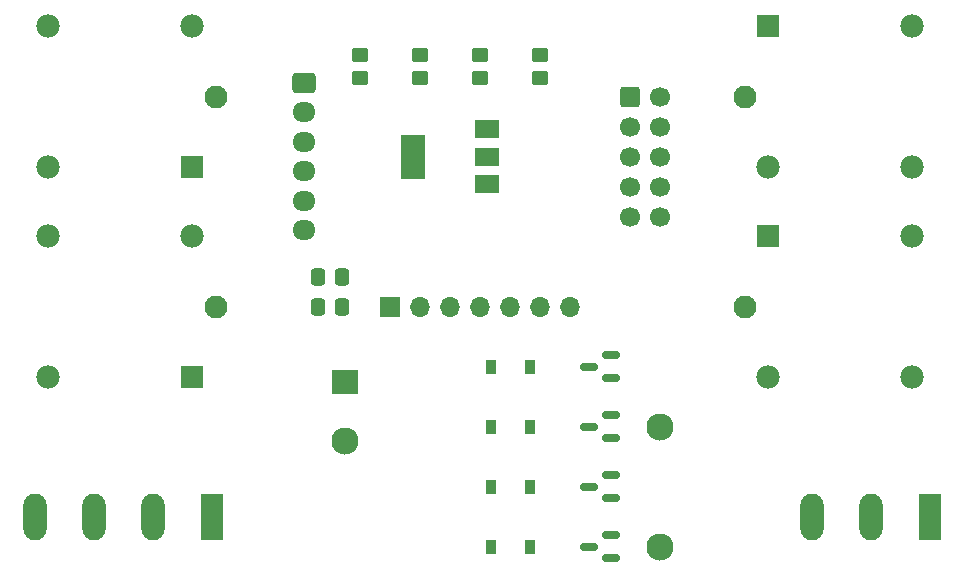
<source format=gbr>
%TF.GenerationSoftware,KiCad,Pcbnew,(6.0.4)*%
%TF.CreationDate,2022-04-18T16:03:53+05:30*%
%TF.ProjectId,esp32 switch,65737033-3220-4737-9769-7463682e6b69,rev?*%
%TF.SameCoordinates,Original*%
%TF.FileFunction,Soldermask,Bot*%
%TF.FilePolarity,Negative*%
%FSLAX46Y46*%
G04 Gerber Fmt 4.6, Leading zero omitted, Abs format (unit mm)*
G04 Created by KiCad (PCBNEW (6.0.4)) date 2022-04-18 16:03:53*
%MOMM*%
%LPD*%
G01*
G04 APERTURE LIST*
G04 Aperture macros list*
%AMRoundRect*
0 Rectangle with rounded corners*
0 $1 Rounding radius*
0 $2 $3 $4 $5 $6 $7 $8 $9 X,Y pos of 4 corners*
0 Add a 4 corners polygon primitive as box body*
4,1,4,$2,$3,$4,$5,$6,$7,$8,$9,$2,$3,0*
0 Add four circle primitives for the rounded corners*
1,1,$1+$1,$2,$3*
1,1,$1+$1,$4,$5*
1,1,$1+$1,$6,$7*
1,1,$1+$1,$8,$9*
0 Add four rect primitives between the rounded corners*
20,1,$1+$1,$2,$3,$4,$5,0*
20,1,$1+$1,$4,$5,$6,$7,0*
20,1,$1+$1,$6,$7,$8,$9,0*
20,1,$1+$1,$8,$9,$2,$3,0*%
G04 Aperture macros list end*
%ADD10R,2.300000X2.000000*%
%ADD11C,2.300000*%
%ADD12R,1.700000X1.700000*%
%ADD13O,1.700000X1.700000*%
%ADD14R,1.980000X3.960000*%
%ADD15O,1.980000X3.960000*%
%ADD16R,1.980000X1.980000*%
%ADD17C,1.980000*%
%ADD18C,1.935000*%
%ADD19RoundRect,0.250000X-0.725000X0.600000X-0.725000X-0.600000X0.725000X-0.600000X0.725000X0.600000X0*%
%ADD20O,1.950000X1.700000*%
%ADD21RoundRect,0.250000X-0.600000X-0.600000X0.600000X-0.600000X0.600000X0.600000X-0.600000X0.600000X0*%
%ADD22C,1.700000*%
%ADD23RoundRect,0.150000X0.587500X0.150000X-0.587500X0.150000X-0.587500X-0.150000X0.587500X-0.150000X0*%
%ADD24R,0.900000X1.200000*%
%ADD25R,2.000000X1.500000*%
%ADD26R,2.000000X3.800000*%
%ADD27RoundRect,0.250000X-0.450000X0.350000X-0.450000X-0.350000X0.450000X-0.350000X0.450000X0.350000X0*%
%ADD28RoundRect,0.250000X0.337500X0.475000X-0.337500X0.475000X-0.337500X-0.475000X0.337500X-0.475000X0*%
%ADD29RoundRect,0.250000X-0.337500X-0.475000X0.337500X-0.475000X0.337500X0.475000X-0.337500X0.475000X0*%
G04 APERTURE END LIST*
D10*
%TO.C,PS1*%
X120650000Y-87670000D03*
D11*
X120650000Y-92670000D03*
X147320000Y-91480000D03*
X147320000Y-101680000D03*
%TD*%
D12*
%TO.C,J6*%
X124460000Y-81280000D03*
D13*
X127000000Y-81280000D03*
X129540000Y-81280000D03*
X132080000Y-81280000D03*
X134620000Y-81280000D03*
X137160000Y-81280000D03*
X139700000Y-81280000D03*
%TD*%
D14*
%TO.C,J1*%
X109360000Y-99060000D03*
D15*
X104360000Y-99060000D03*
X99360000Y-99060000D03*
X94360000Y-99060000D03*
%TD*%
D16*
%TO.C,K3*%
X156460000Y-57500000D03*
D17*
X156460000Y-69500000D03*
D18*
X154460000Y-63500000D03*
D17*
X168660000Y-57500000D03*
X168660000Y-69500000D03*
%TD*%
D14*
%TO.C,J2*%
X170180000Y-99060000D03*
D15*
X165180000Y-99060000D03*
X160180000Y-99060000D03*
%TD*%
D16*
%TO.C,K1*%
X107700000Y-87280000D03*
D17*
X107700000Y-75280000D03*
D18*
X109700000Y-81280000D03*
D17*
X95500000Y-87280000D03*
X95500000Y-75280000D03*
%TD*%
D19*
%TO.C,J5*%
X117140000Y-62330000D03*
D20*
X117140000Y-64830000D03*
X117140000Y-67330000D03*
X117140000Y-69830000D03*
X117140000Y-72330000D03*
X117140000Y-74830000D03*
%TD*%
D16*
%TO.C,K4*%
X156460000Y-75280000D03*
D17*
X156460000Y-87280000D03*
D18*
X154460000Y-81280000D03*
D17*
X168660000Y-75280000D03*
X168660000Y-87280000D03*
%TD*%
D21*
%TO.C,J4*%
X144780000Y-63500000D03*
D22*
X147320000Y-63500000D03*
X144780000Y-66040000D03*
X147320000Y-66040000D03*
X144780000Y-68580000D03*
X147320000Y-68580000D03*
X144780000Y-71120000D03*
X147320000Y-71120000D03*
X144780000Y-73660000D03*
X147320000Y-73660000D03*
%TD*%
D16*
%TO.C,K2*%
X107700000Y-69500000D03*
D17*
X107700000Y-57500000D03*
D18*
X109700000Y-63500000D03*
D17*
X95500000Y-69500000D03*
X95500000Y-57500000D03*
%TD*%
D23*
%TO.C,Q3*%
X143177500Y-95570000D03*
X143177500Y-97470000D03*
X141302500Y-96520000D03*
%TD*%
D24*
%TO.C,D1*%
X136270000Y-86360000D03*
X132970000Y-86360000D03*
%TD*%
D25*
%TO.C,U1*%
X132690000Y-66280000D03*
X132690000Y-68580000D03*
D26*
X126390000Y-68580000D03*
D25*
X132690000Y-70880000D03*
%TD*%
D23*
%TO.C,Q4*%
X143177500Y-100650000D03*
X143177500Y-102550000D03*
X141302500Y-101600000D03*
%TD*%
%TO.C,Q2*%
X143177500Y-90490000D03*
X143177500Y-92390000D03*
X141302500Y-91440000D03*
%TD*%
D24*
%TO.C,D4*%
X136270000Y-101600000D03*
X132970000Y-101600000D03*
%TD*%
D23*
%TO.C,Q1*%
X143177500Y-85410000D03*
X143177500Y-87310000D03*
X141302500Y-86360000D03*
%TD*%
D24*
%TO.C,D3*%
X136270000Y-96520000D03*
X132970000Y-96520000D03*
%TD*%
D27*
%TO.C,R4*%
X137160000Y-59960000D03*
X137160000Y-61960000D03*
%TD*%
D24*
%TO.C,D2*%
X136270000Y-91440000D03*
X132970000Y-91440000D03*
%TD*%
D28*
%TO.C,C1*%
X120417500Y-81280000D03*
X118342500Y-81280000D03*
%TD*%
D27*
%TO.C,R3*%
X132080000Y-59960000D03*
X132080000Y-61960000D03*
%TD*%
%TO.C,R2*%
X127000000Y-59960000D03*
X127000000Y-61960000D03*
%TD*%
%TO.C,R1*%
X121920000Y-59960000D03*
X121920000Y-61960000D03*
%TD*%
D29*
%TO.C,C2*%
X118342500Y-78740000D03*
X120417500Y-78740000D03*
%TD*%
M02*

</source>
